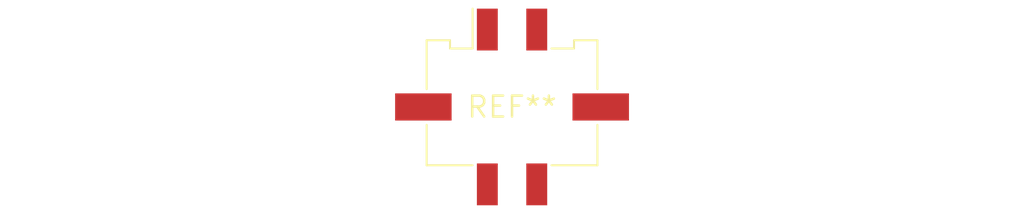
<source format=kicad_pcb>
(kicad_pcb (version 20240108) (generator pcbnew)
  (layers (0 "F.Cu" signal) (31 "B.Cu" signal) (34 "B.Paste" user) (35 "F.Paste" user) (36 "B.SilkS" user "B.Silkscreen") (37 "F.SilkS" user "F.Silkscreen") (38 "B.Mask" user) (39 "F.Mask" user) (44 "Edge.Cuts" user))
  (net 0 "")
  (footprint "Molex_Micro-Fit_3.0_43045-0418_2x02-1MP_P3.00mm_Vertical" (layer "F.Cu") (at 0 0)
    (property "Reference" "REF**")
    (property "Value" "Molex_Micro-Fit_3.0_43045-0418_2x02-1MP_P3.00mm_Vertical")
    (fp_line (start -5.185 -4.05) (end -3.765 -4.05) (layer "F.SilkS") (stroke (width 0.12)))
    (fp_line (start -5.185 -1.085) (end -5.185 -4.05) (layer "F.SilkS") (stroke (width 0.12)))
    (fp_line (start -5.185 1.085) (end -5.185 3.54) (layer "F.SilkS") (stroke (width 0.12)))
    (fp_line (start -5.185 3.54) (end -2.395 3.54) (layer "F.SilkS") (stroke (width 0.12)))
    (fp_line (start -3.765 -4.05) (end -3.765 -3.55) (layer "F.SilkS") (stroke (width 0.12)))
    (fp_line (start -3.765 -3.55) (end -2.395 -3.55) (layer "F.SilkS") (stroke (width 0.12)))
    (fp_line (start -2.395 -3.55) (end -2.395 -5.97) (layer "F.SilkS") (stroke (width 0.12)))
    (fp_line (start 3.765 -4.05) (end 3.765 -3.55) (layer "F.SilkS") (stroke (width 0.12)))
    (fp_line (start 3.765 -3.55) (end 2.395 -3.55) (layer "F.SilkS") (stroke (width 0.12)))
    (fp_line (start 5.185 -4.05) (end 3.765 -4.05) (layer "F.SilkS") (stroke (width 0.12)))
    (fp_line (start 5.185 -1.085) (end 5.185 -4.05) (layer "F.SilkS") (stroke (width 0.12)))
    (fp_line (start 5.185 1.085) (end 5.185 3.54) (layer "F.SilkS") (stroke (width 0.12)))
    (fp_line (start 5.185 3.54) (end 2.395 3.54) (layer "F.SilkS") (stroke (width 0.12)))
    (pad "1" smd rect (at -1.5 -4.7) (size 1.27 2.54) (layers "F.Cu" "F.Paste" "F.Mask"))
    (pad "2" smd rect (at 1.5 -4.7) (size 1.27 2.54) (layers "F.Cu" "F.Paste" "F.Mask"))
    (pad "3" smd rect (at -1.5 4.7) (size 1.27 2.54) (layers "F.Cu" "F.Paste" "F.Mask"))
    (pad "4" smd rect (at 1.5 4.7) (size 1.27 2.54) (layers "F.Cu" "F.Paste" "F.Mask"))
    (pad "MP" smd rect (at -5.385 0) (size 3.43 1.65) (layers "F.Cu" "F.Paste" "F.Mask"))
    (pad "MP" smd rect (at 5.385 0) (size 3.43 1.65) (layers "F.Cu" "F.Paste" "F.Mask"))
  )
)
</source>
